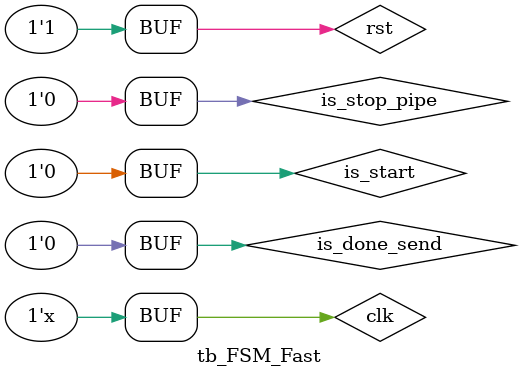
<source format=v>
`timescale 1ns / 1ps
module tb_FSM_Fast();

    reg clk;
    reg rst;
    reg is_start;
    reg is_done_send;
    reg is_stop_pipe;
    wire os_step;     
    wire os_start_send;
    wire os_done;
    wire [31 : 0] o_clk_count;     
    initial begin
        clk             = 0;
        rst             = 0;
        is_start        = 0;
        is_done_send    = 0;
        is_stop_pipe    = 0;

        #100
        rst             = 1;

        #100
        is_start        = 1;
        #20
        is_start        = 0;
        
        #200
        is_stop_pipe    = 1;
        #20
        is_stop_pipe    = 0;

        #200
        is_done_send    = 1;
        #20
        is_done_send    = 0;


    end

    always #10 clk = ~clk;

    FSM_Fast u_FSM_Fast(
                       .clk(clk),
                       .rst(rst),
                       .is_start(is_start),
                       .is_done_send(is_done_send),
                       .is_stop_pipe(is_stop_pipe),
                       .os_step(os_step),     
                       .os_start_send(os_start_send),
                       .os_done(os_done),
                       .o_clk_count(o_clk_count)
                     );
endmodule

</source>
